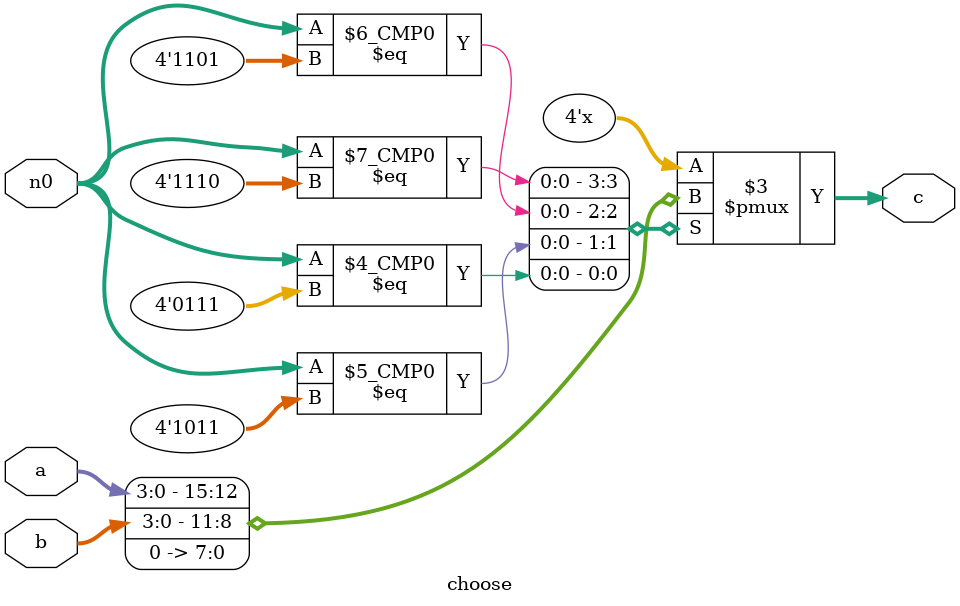
<source format=v>
`timescale 1ns / 1ps
module choose(
		a,b,n0,c
	);

	input[3:0] a,b;
	input[3:0] n0;
	output[3:0] c;
   reg[3:0] c;
   
	always @(n0[3],n0[2],n0[1],n0[0]) begin
	
		case(n0)
			4'b1110:c = a;
			4'b1101:c = b;
			4'b1011:c = 4'b0000;
			4'b0111:c = 4'b0000;
			//default:c = 4'b0000;
		endcase
		
	end
	 
endmodule


</source>
